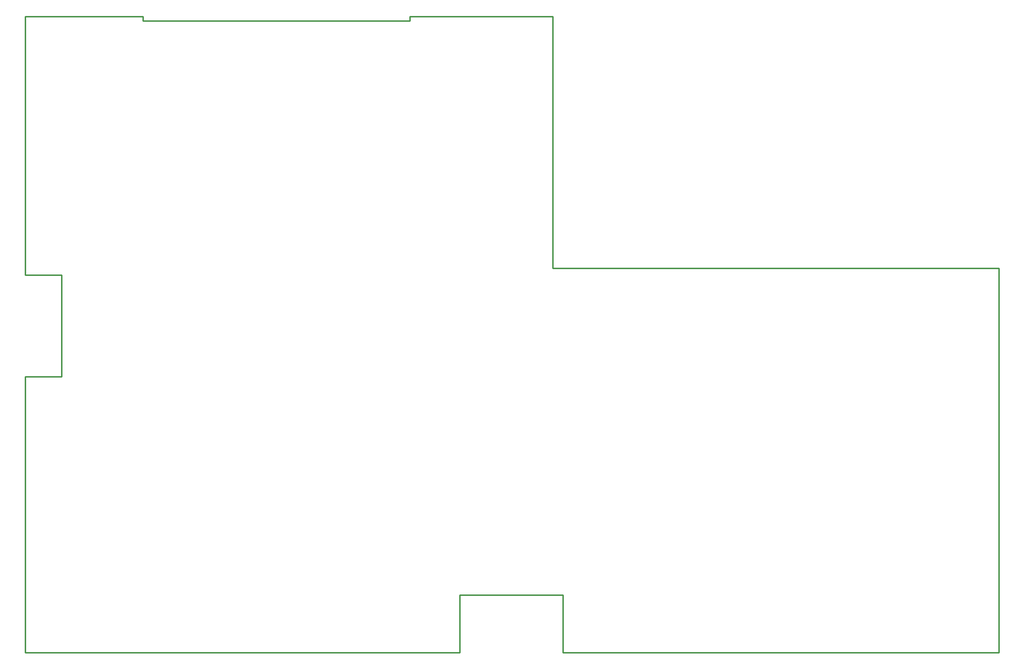
<source format=gbr>
G04 EAGLE Gerber RS-274X export*
G75*
%MOMM*%
%FSLAX34Y34*%
%LPD*%
%IN*%
%IPPOS*%
%AMOC8*
5,1,8,0,0,1.08239X$1,22.5*%
G01*
G04 Define Apertures*
%ADD10C,0.254000*%
D10*
X0Y0D02*
X723900Y0D01*
X759800Y0D01*
X759800Y100000D01*
X939800Y100000D01*
X939800Y0D01*
X1702000Y0D01*
X1702000Y672000D01*
X922000Y672000D01*
X922000Y1112000D01*
X672805Y1112000D01*
X672805Y1104900D01*
X206089Y1104900D01*
X206089Y1112000D01*
X0Y1112000D01*
X0Y660400D01*
X63500Y660400D01*
X63500Y482600D01*
X0Y482600D01*
X0Y0D01*
M02*

</source>
